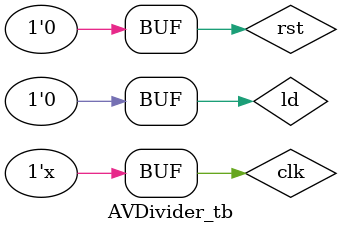
<source format=v>
module AVDivider(rst, clk, ld, abort, sgn, sgnus, a, b, qo, ro, dvByZr, done, idle);
parameter WID=28;
parameter DIV=3'd3;
parameter IDLE=3'd4;
parameter DONE=3'd5;
input clk;
input rst;
input ld;
input abort;
input sgn;
input sgnus;
input [WID-1:0] a;
input [WID-1:0] b;
output [WID-1:0] qo;
reg [WID-1:0] qo;
output [WID-1:0] ro;
reg [WID-1:0] ro;
output done;
output idle;
output dvByZr;
reg dvByZr;

reg [WID-1:0] aa,bb;
reg so;
reg [2:0] state;
reg [7:0] cnt;
wire cnt_done = cnt==8'd0;
assign done = state==DONE||(state==IDLE && !ld);
assign idle = state==IDLE;
reg ce1;
reg [WID-1:0] q;
reg [WID:0] r;
wire b0 = bb <= r;
wire [WID-1:0] r1 = b0 ? r - bb : r;

initial begin
    q = 32'd0;
    r = 32'd0;
    qo = 32'd0;
    ro = 32'd0;
end

always @(posedge clk)
if (rst) begin
	aa <= {WID{1'b0}};
	bb <= {WID{1'b0}};
	q <= {WID{1'b0}};
	r <= {WID{1'b0}};
	qo <= {WID{1'b0}};
	ro <= {WID{1'b0}};
	cnt <= 8'd0;
	dvByZr <= 1'b0;
	state <= IDLE;
end
else
begin
if (abort)
    cnt <= 8'd00;
else if (!cnt_done)
	cnt <= cnt - 8'd1;

case(state)
IDLE:
	if (ld) begin
		if (sgn) begin
			q <= a[WID-1] ? -a : a;
			bb <= b[WID-1] ? -b : b;
			so <= a[WID-1] ^ b[WID-1];
		end
		else if (sgnus) begin
			q <= a[WID-1] ? -a : a;
            bb <= b;
            so <= a[WID-1];
		end
		else begin
			q <= a;
			bb <= b;
			so <= 1'b0;
			$display("bb=%d", b);
		end
		dvByZr <= b=={WID{1'b0}};
		r <= {WID{1'b0}};
		cnt <= WID+1;
		state <= DIV;
	end
DIV:
	if (!cnt_done) begin
		$display("cnt:%d r1=%h q[63:0]=%h", cnt,r1,q);
		q <= {q[WID-2:0],b0};
		r <= {r1,q[WID-1]};
	end
	else begin
		$display("cnt:%d r1=%h q[63:0]=%h", cnt,r1,q);
		if (sgn|sgnus) begin
			if (so) begin
				qo <= -q;
				ro <= -r[WID:1];
			end
			else begin
				qo <= q;
				ro <= r[WID:1];
			end
		end
		else begin
			qo <= q;
			ro <= r[WID:1];
		end
		state <= DONE;
	end
DONE:
	state <= IDLE;
default: state <= IDLE;
endcase
end

endmodule

module AVDivider_tb();
parameter WID=64;
reg rst;
reg clk;
reg ld;
wire done;
wire [WID-1:0] qo,ro;

initial begin
	clk = 1;
	rst = 0;
	#100 rst = 1;
	#100 rst = 0;
	#100 ld = 1;
	#150 ld = 0;
end

always #10 clk = ~clk;	//  50 MHz


AVDivider #(WID) u1
(
	.rst(rst),
	.clk(clk),
	.ld(ld),
	.sgn(1'b1),
	.isDivi(1'b0),
	.a(28'd10005),
	.b(28'd27),
	.imm(28'd123),
	.qo(qo),
	.ro(ro),
	.dvByZr(),
	.done(done)
);

endmodule


</source>
